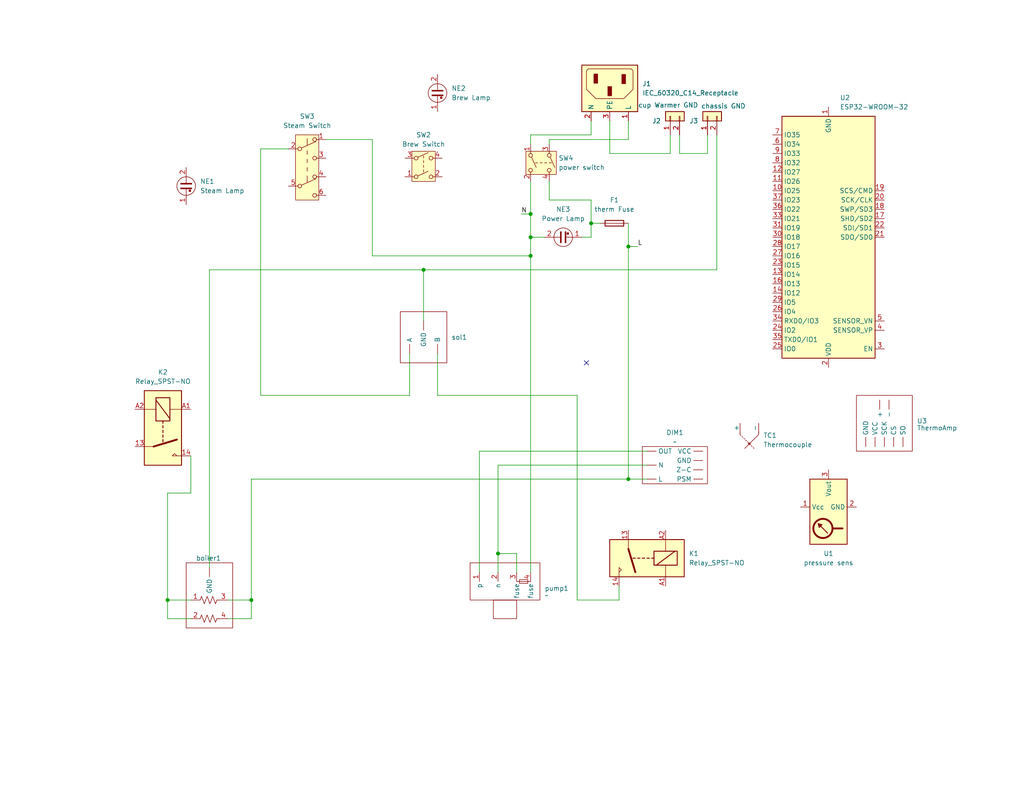
<source format=kicad_sch>
(kicad_sch (version 20250114) (generator "eeschema") (generator_version "9.0")
  (paper "A")
  (title_block (title "Schematic") (rev "0"))
  (lib_symbols
    (symbol "Connector:IEC_60320_C14_Receptacle"
      (property "Reference" "J" (at -5.842 8.636 0))
      (property "Value" "IEC_60320_C14_Receptacle" (at 0 -9.144 0))
      (symbol "IEC_60320_C14_Receptacle_1_1"
        (rectangle (start -6.35 7.62) (end 6.35 -7.62) (stroke (width 0.254)) (fill (type background)))
        (polyline (pts (xy -4.826 -6.35) (xy -5.334 -5.842) (xy -5.334 5.842) (xy -4.826 6.35) (xy 0.254 6.35) (xy 2.794 3.81) (xy 2.794 -3.81) (xy 0.254 -6.35) (xy -4.826 -6.35)) (fill (type background)))
        (rectangle (start -3.937 -3.302) (end -1.397 -4.318) (fill (type outline)))
        (rectangle (start -3.81 4.318) (end -1.27 3.302) (fill (type outline)))
        (rectangle (start -0.508 0.508) (end 2.032 -0.508) (fill (type outline)))
        (pin power_in line (at 8.89 5.08 180) (length 2.54) (name "L") (number "1"))
        (pin bidirectional line (at 8.89 0 180) (length 2.54) (name "PE") (number "3"))
        (pin power_in line (at 8.89 -5.08 180) (length 2.54) (name "N") (number "2"))
      )
    )
    (symbol "Connector_Generic:Conn_01x02" (pin_names (offset 1.016) (hide yes))
      (property "Reference" "J" (at 0 2.54 0))
      (property "Value" "Conn_01x02" (at 0 -5.08 0))
      (symbol "Conn_01x02_1_1"
        (rectangle (start -1.27 1.27) (end 1.27 -3.81) (stroke (width 0.254)) (fill (type background)))
        (rectangle (start -1.27 0.127) (end 0 -0.127) (stroke (width 0.1524)))
        (rectangle (start -1.27 -2.413) (end 0 -2.667) (stroke (width 0.1524)))
        (pin passive line (at -5.08 0 0) (length 3.81) (name "Pin_1") (number "1"))
        (pin passive line (at -5.08 -2.54 0) (length 3.81) (name "Pin_2") (number "2"))
      )
    )
    (symbol "Device:Fuse" (pin_numbers (hide yes)) (pin_names (offset 0))
      (property "Reference" "F" (at 2.032 0 90))
      (property "Value" "Fuse" (at -1.905 0 90))
      (symbol "Fuse_0_1"
        (rectangle (start -0.762 -2.54) (end 0.762 2.54) (stroke (width 0.254)))
        (polyline (pts (xy 0 2.54) (xy 0 -2.54)))
      )
      (symbol "Fuse_1_1"
        (pin passive line (at 0 3.81 270) (length 1.27) (name "~") (number "1"))
        (pin passive line (at 0 -3.81 90) (length 1.27) (name "~") (number "2"))
      )
    )
    (symbol "Device:Lamp_Neon" (pin_names (offset 0.0254) (hide yes))
      (property "Reference" "NE" (at 0.635 3.81 0))
      (property "Value" "Lamp_Neon" (at 0.635 -3.81 0))
      (symbol "Lamp_Neon_0_1"
        (rectangle (start -1.524 0.762) (end 1.524 0.508) (fill (type outline)))
        (rectangle (start -1.524 -0.508) (end 1.524 -0.762) (fill (type outline)))
        (polyline (pts (xy 0 0.762) (xy 0 2.54)))
        (circle (center 0 0) (radius 2.54))
        (polyline (pts (xy 0 -2.54) (xy 0 -0.762)))
        (circle (center 1.016 -1.27) (radius 0.254) (fill (type outline)))
      )
      (symbol "Lamp_Neon_1_1"
        (pin passive line (at 0 5.08 270) (length 2.54) (name "~") (number "2"))
        (pin passive line (at 0 -5.08 90) (length 2.54) (name "~") (number "1"))
      )
    )
    (symbol "Device:Thermocouple" (pin_numbers (hide yes)) (pin_names (offset 0))
      (property "Reference" "TC" (at -3.048 3.81 0))
      (property "Value" "Thermocouple" (at -5.08 -4.064 0))
      (symbol "Thermocouple_0_1"
        (polyline (pts (xy -4.064 -1.016) (xy -4.318 -1.27)))
        (polyline (pts (xy -3.556 -0.508) (xy -3.81 -0.762)))
        (circle (center -3.048 0) (radius 0.254) (fill (type outline)))
        (polyline (pts (xy -3.048 0) (xy -3.302 -0.254)))
        (polyline (pts (xy -2.54 0.508) (xy -2.794 0.254)))
        (polyline (pts (xy -2.032 1.016) (xy -2.286 0.762)))
        (polyline (pts (xy -1.524 1.524) (xy -1.778 1.27)))
        (polyline (pts (xy -1.016 2.032) (xy -1.27 1.778)))
        (polyline (pts (xy -0.508 2.54) (xy -0.762 2.286)))
        (polyline (pts (xy 0 2.54) (xy -0.508 2.54)))
        (polyline (pts (xy 0 -2.54) (xy -0.254 -2.54)))
        (polyline (pts (xy 0.254 -2.54) (xy -0.508 -2.54) (xy -4.318 1.27)))
      )
      (symbol "Thermocouple_1_1"
        (pin passive line (at 2.54 2.54 180) (length 2.54) (name "+") (number "1"))
        (pin passive line (at 2.54 -2.54 180) (length 2.54) (name "-") (number "2"))
      )
    )
    (symbol "RF_Module:ESP32-WROOM-32"
      (property "Reference" "U" (at -12.7 34.29 0))
      (property "Value" "ESP32-WROOM-32" (at 1.27 34.29 0))
      (symbol "ESP32-WROOM-32_0_1"
        (rectangle (start -12.7 33.02) (end 12.7 -33.02) (stroke (width 0.254)) (fill (type background)))
      )
      (symbol "ESP32-WROOM-32_1_1"
        (pin input line (at -15.24 30.48 0) (length 2.54) (name "EN") (number "3"))
        (pin input line (at -15.24 25.4 0) (length 2.54) (name "SENSOR_VP") (number "4"))
        (pin input line (at -15.24 22.86 0) (length 2.54) (name "SENSOR_VN") (number "5"))
        (pin bidirectional line (at -15.24 0 0) (length 2.54) (name "SDO/SD0") (number "21"))
        (pin bidirectional line (at -15.24 -2.54 0) (length 2.54) (name "SDI/SD1") (number "22"))
        (pin bidirectional line (at -15.24 -5.08 0) (length 2.54) (name "SHD/SD2") (number "17"))
        (pin bidirectional line (at -15.24 -7.62 0) (length 2.54) (name "SWP/SD3") (number "18"))
        (pin bidirectional line (at -15.24 -10.16 0) (length 2.54) (name "SCK/CLK") (number "20"))
        (pin bidirectional line (at -15.24 -12.7 0) (length 2.54) (name "SCS/CMD") (number "19"))
        (pin no_connect line (at -12.7 -27.94 0) (length 2.54) (hide yes) (name "NC") (number "32"))
        (pin power_in line (at 0 35.56 270) (length 2.54) (name "VDD") (number "2"))
        (pin power_in line (at 0 -35.56 90) (length 2.54) (name "GND") (number "1"))
        (pin passive line (at 0 -35.56 90) (length 2.54) (hide yes) (name "GND") (number "15"))
        (pin passive line (at 0 -35.56 90) (length 2.54) (hide yes) (name "GND") (number "38"))
        (pin passive line (at 0 -35.56 90) (length 2.54) (hide yes) (name "GND") (number "39"))
        (pin bidirectional line (at 15.24 30.48 180) (length 2.54) (name "IO0") (number "25"))
        (pin bidirectional line (at 15.24 27.94 180) (length 2.54) (name "TXD0/IO1") (number "35"))
        (pin bidirectional line (at 15.24 25.4 180) (length 2.54) (name "IO2") (number "24"))
        (pin bidirectional line (at 15.24 22.86 180) (length 2.54) (name "RXD0/IO3") (number "34"))
        (pin bidirectional line (at 15.24 20.32 180) (length 2.54) (name "IO4") (number "26"))
        (pin bidirectional line (at 15.24 17.78 180) (length 2.54) (name "IO5") (number "29"))
        (pin bidirectional line (at 15.24 15.24 180) (length 2.54) (name "IO12") (number "14"))
        (pin bidirectional line (at 15.24 12.7 180) (length 2.54) (name "IO13") (number "16"))
        (pin bidirectional line (at 15.24 10.16 180) (length 2.54) (name "IO14") (number "13"))
        (pin bidirectional line (at 15.24 7.62 180) (length 2.54) (name "IO15") (number "23"))
        (pin bidirectional line (at 15.24 5.08 180) (length 2.54) (name "IO16") (number "27"))
        (pin bidirectional line (at 15.24 2.54 180) (length 2.54) (name "IO17") (number "28"))
        (pin bidirectional line (at 15.24 0 180) (length 2.54) (name "IO18") (number "30"))
        (pin bidirectional line (at 15.24 -2.54 180) (length 2.54) (name "IO19") (number "31"))
        (pin bidirectional line (at 15.24 -5.08 180) (length 2.54) (name "IO21") (number "33"))
        (pin bidirectional line (at 15.24 -7.62 180) (length 2.54) (name "IO22") (number "36"))
        (pin bidirectional line (at 15.24 -10.16 180) (length 2.54) (name "IO23") (number "37"))
        (pin bidirectional line (at 15.24 -12.7 180) (length 2.54) (name "IO25") (number "10"))
        (pin bidirectional line (at 15.24 -15.24 180) (length 2.54) (name "IO26") (number "11"))
        (pin bidirectional line (at 15.24 -17.78 180) (length 2.54) (name "IO27") (number "12"))
        (pin bidirectional line (at 15.24 -20.32 180) (length 2.54) (name "IO32") (number "8"))
        (pin bidirectional line (at 15.24 -22.86 180) (length 2.54) (name "IO33") (number "9"))
        (pin input line (at 15.24 -25.4 180) (length 2.54) (name "IO34") (number "6"))
        (pin input line (at 15.24 -27.94 180) (length 2.54) (name "IO35") (number "7"))
      )
    )
    (symbol "Relay:Relay_SPST-NO"
      (property "Reference" "K" (at 11.43 3.81 0))
      (property "Value" "Relay_SPST-NO" (at 11.43 1.27 0))
      (symbol "Relay_SPST-NO_0_0"
        (polyline (pts (xy 7.62 5.08) (xy 7.62 2.54) (xy 6.985 3.175) (xy 7.62 3.81)))
      )
      (symbol "Relay_SPST-NO_0_1"
        (rectangle (start -10.16 5.08) (end 10.16 -5.08) (stroke (width 0.254)) (fill (type background)))
        (rectangle (start -8.255 1.905) (end -1.905 -1.905) (stroke (width 0.254)))
        (polyline (pts (xy -7.62 -1.905) (xy -2.54 1.905)) (stroke (width 0.254)))
        (polyline (pts (xy -5.08 5.08) (xy -5.08 1.905)))
        (polyline (pts (xy -5.08 -5.08) (xy -5.08 -1.905)))
        (polyline (pts (xy -1.905 0) (xy -1.27 0)) (stroke (width 0.254)))
        (polyline (pts (xy -0.635 0) (xy 0 0)) (stroke (width 0.254)))
        (polyline (pts (xy 0.635 0) (xy 1.27 0)) (stroke (width 0.254)))
        (polyline (pts (xy 1.905 0) (xy 2.54 0)) (stroke (width 0.254)))
        (polyline (pts (xy 3.175 0) (xy 3.81 0)) (stroke (width 0.254)))
        (polyline (pts (xy 5.08 -2.54) (xy 3.175 3.81)) (stroke (width 0.508)))
        (polyline (pts (xy 5.08 -2.54) (xy 5.08 -5.08)))
      )
      (symbol "Relay_SPST-NO_1_1"
        (pin passive line (at -5.08 7.62 270) (length 2.54) (name "~") (number "A1"))
        (pin passive line (at -5.08 -7.62 90) (length 2.54) (name "~") (number "A2"))
        (pin passive line (at 5.08 -7.62 90) (length 2.54) (name "~") (number "13"))
        (pin passive line (at 7.62 7.62 270) (length 2.54) (name "~") (number "14"))
      )
    )
    (symbol "Sensor_Pressure:40PC150G"
      (property "Reference" "U" (at -10.16 6.35 0))
      (property "Value" "40PC150G" (at 6.35 6.35 0))
      (symbol "40PC150G_0_1"
        (polyline (pts (xy -7.112 0.254) (xy -4.572 2.794)) (stroke (width 0.254)))
        (circle (center -5.842 1.524) (radius 2.6162) (stroke (width 0.508)))
        (polyline (pts (xy -5.842 -1.27) (xy -5.842 -3.81)) (stroke (width 0.508)))
        (polyline (pts (xy -4.572 2.794) (xy -4.826 1.778) (xy -5.588 2.54) (xy -4.572 2.794)) (stroke (width 0.254)) (fill (type outline)))
        (rectangle (start 7.62 5.08) (end -10.16 -5.08) (stroke (width 0.254)) (fill (type background)))
      )
      (symbol "40PC150G_1_1"
        (pin no_connect line (at -7.62 -5.08 90) (length 2.54) (hide yes) (name "NC") (number "4"))
        (pin no_connect line (at -5.08 -5.08 90) (length 2.54) (hide yes) (name "NC") (number "5"))
        (pin no_connect line (at -2.54 -5.08 90) (length 2.54) (hide yes) (name "NC") (number "6"))
        (pin power_in line (at 0 7.62 270) (length 2.54) (name "Vcc") (number "1"))
        (pin power_in line (at 0 -7.62 90) (length 2.54) (name "GND") (number "2"))
        (pin output line (at 10.16 0 180) (length 2.54) (name "Vout") (number "3"))
      )
    )
    (symbol "Switch:SW_DPST" (pin_names (offset 0) (hide yes))
      (property "Reference" "SW" (at 0 6.35 0))
      (property "Value" "SW_DPST" (at 0 -5.08 0))
      (symbol "SW_DPST_0_0"
        (circle (center -2.032 2.54) (radius 0.508))
        (circle (center -2.032 -2.54) (radius 0.508))
        (polyline (pts (xy -1.524 2.794) (xy 1.27 4.064)))
        (polyline (pts (xy -1.524 -2.286) (xy 1.27 -1.016)))
        (polyline (pts (xy 0 2.54) (xy 0 3.175)))
        (polyline (pts (xy 0 1.27) (xy 0 1.905)))
        (polyline (pts (xy 0 0) (xy 0 0.635)))
        (polyline (pts (xy 0 -1.27) (xy 0 -0.635)))
        (circle (center 2.032 2.54) (radius 0.508))
        (circle (center 2.032 -2.54) (radius 0.508))
      )
      (symbol "SW_DPST_1_1"
        (rectangle (start -3.175 4.445) (end 3.175 -3.81) (fill (type background)))
        (pin passive line (at -5.08 2.54 0) (length 2.54) (name "3") (number "3"))
        (pin passive line (at -5.08 -2.54 0) (length 2.54) (name "1") (number "1"))
        (pin passive line (at 5.08 2.54 180) (length 2.54) (name "4") (number "4"))
        (pin passive line (at 5.08 -2.54 180) (length 2.54) (name "2") (number "2"))
      )
    )
    (symbol "Switch:SW_Push_DPDT" (pin_names (offset 0) (hide yes))
      (property "Reference" "SW" (at 0 10.16 0))
      (property "Value" "SW_Push_DPDT" (at 0 -10.16 0))
      (symbol "SW_Push_DPDT_0_0"
        (circle (center -2.032 5.08) (radius 0.508))
        (circle (center -2.032 -5.08) (radius 0.508))
        (circle (center 2.032 2.54) (radius 0.508))
        (circle (center 2.032 -7.62) (radius 0.508))
      )
      (symbol "SW_Push_DPDT_0_1"
        (polyline (pts (xy -1.524 5.334) (xy 2.3368 7.0612)))
        (polyline (pts (xy -1.524 -4.826) (xy 2.3368 -3.0988)))
        (polyline (pts (xy 0 7.874) (xy 0 6.096)))
        (polyline (pts (xy 0 3.556) (xy 0 4.572)))
        (polyline (pts (xy 0 1.27) (xy 0 2.286)))
        (polyline (pts (xy 0 -1.016) (xy 0 0)))
        (polyline (pts (xy 0 -2.286) (xy 0 -4.064)))
        (circle (center 2.032 7.62) (radius 0.508))
        (circle (center 2.032 -2.54) (radius 0.508))
      )
      (symbol "SW_Push_DPDT_1_1"
        (rectangle (start -3.175 8.89) (end 3.175 -8.89) (fill (type background)))
        (pin passive line (at -5.08 5.08 0) (length 2.54) (name "B") (number "2"))
        (pin passive line (at -5.08 -5.08 0) (length 2.54) (name "B") (number "5"))
        (pin passive line (at 5.08 7.62 180) (length 2.54) (name "A") (number "1"))
        (pin passive line (at 5.08 2.54 180) (length 2.54) (name "C") (number "3"))
        (pin passive line (at 5.08 -2.54 180) (length 2.54) (name "A") (number "4"))
        (pin passive line (at 5.08 -7.62 180) (length 2.54) (name "C") (number "6"))
      )
    )
    (symbol "symbols:MAX6675" (pin_numbers (hide yes))
      (property "Reference" "U" (at -2.286 2.54 0))
      (symbol "MAX6675_0_1"
        (rectangle (start 0 0) (end 15.24 -15.24))
      )
      (symbol "MAX6675_1_1"
        (pin passive line (at 2.54 -13.97 90) (length 2.54) (name "GND") (number ""))
        (pin passive line (at 5.08 -13.97 90) (length 2.54) (name "VCC") (number ""))
        (pin passive line (at 6.35 -1.27 270) (length 2.54) (name "+") (number ""))
        (pin passive line (at 7.62 -13.97 90) (length 2.54) (name "SCK") (number ""))
        (pin passive line (at 8.89 -1.27 270) (length 2.54) (name "-") (number ""))
        (pin passive line (at 10.16 -13.97 90) (length 2.54) (name "CS") (number ""))
        (pin passive line (at 12.7 -13.97 90) (length 2.54) (name "SO") (number ""))
      )
    )
    (symbol "symbols:boiler"
      (property "Reference" "boiler" (at -3.81 0 0))
      (symbol "boiler_0_1"
        (rectangle (start 0 0) (end 12.7 -17.78))
        (polyline (pts (xy 3.81 -10.16) (xy 4.191 -9.144) (xy 4.572 -10.16) (xy 4.953 -11.176) (xy 5.334 -10.16)))
        (polyline (pts (xy 3.81 -15.24) (xy 4.191 -14.224) (xy 4.572 -15.24) (xy 4.953 -16.256) (xy 5.334 -15.24)))
        (polyline (pts (xy 5.334 -10.16) (xy 5.715 -9.144) (xy 6.096 -10.16) (xy 6.477 -11.176) (xy 6.858 -10.16)))
        (polyline (pts (xy 5.334 -15.24) (xy 5.715 -14.224) (xy 6.096 -15.24) (xy 6.477 -16.256) (xy 6.858 -15.24)))
        (polyline (pts (xy 6.858 -10.16) (xy 7.239 -9.144) (xy 7.62 -10.16) (xy 8.001 -11.176) (xy 8.382 -10.16)))
        (polyline (pts (xy 6.858 -15.24) (xy 7.239 -14.224) (xy 7.62 -15.24) (xy 8.001 -16.256) (xy 8.382 -15.24)))
        (polyline (pts (xy 8.89 -10.16) (xy 8.382 -10.16)))
        (polyline (pts (xy 8.89 -15.24) (xy 8.382 -15.24)))
      )
      (symbol "boiler_1_1"
        (pin passive line (at 1.27 -10.16 0) (length 2.54) (name "") (number "1"))
        (pin passive line (at 1.27 -15.24 0) (length 2.54) (name "") (number "2"))
        (pin passive line (at 6.35 -1.27 270) (length 2.54) (name "GND") (number ""))
        (pin passive line (at 11.43 -10.16 180) (length 2.54) (name "") (number "3"))
        (pin passive line (at 11.43 -15.24 180) (length 2.54) (name "") (number "4"))
      )
    )
    (symbol "symbols:dimmer" (pin_numbers (hide yes))
      (property "Reference" "DIM" (at -1.778 1.524 0))
      (symbol "dimmer_0_1"
        (rectangle (start 0 0) (end 10.16 -17.78))
      )
      (symbol "dimmer_1_1"
        (pin passive line (at 1.27 -1.27 270) (length 2.54) (name "L") (number ""))
        (pin passive line (at 1.27 -16.51 90) (length 2.54) (name "PSM") (number ""))
        (pin passive line (at 3.81 -16.51 90) (length 2.54) (name "Z-C") (number ""))
        (pin passive line (at 5.08 -1.27 270) (length 2.54) (name "N") (number ""))
        (pin passive line (at 6.35 -16.51 90) (length 2.54) (name "GND") (number ""))
        (pin passive line (at 8.89 -1.27 270) (length 2.54) (name "OUT") (number ""))
        (pin passive line (at 8.89 -16.51 90) (length 2.54) (name "VCC") (number ""))
      )
    )
    (symbol "symbols:pump"
      (property "Reference" "pump" (at -1.778 1.27 0))
      (symbol "pump_0_1"
        (rectangle (start 0 0) (end 19.05 -10.16))
        (rectangle (start 6.35 -10.16) (end 12.7 -15.24))
        (polyline (pts (xy 12.7 -5.08) (xy 16.51 -5.08)))
        (polyline (pts (xy 13.462 -4.572) (xy 13.462 -5.588) (xy 15.748 -5.588) (xy 15.748 -4.572) (xy 13.462 -4.572)))
      )
      (symbol "pump_1_1"
        (pin passive line (at 2.54 -2.54 270) (length 2.54) (name "p") (number "1"))
        (pin passive line (at 7.62 -2.54 270) (length 2.54) (name "n") (number "2"))
        (pin passive line (at 12.7 -2.54 270) (length 2.54) (name "fuse") (number "3"))
        (pin passive line (at 16.51 -2.54 270) (length 2.54) (name "fuse") (number "4"))
      )
    )
    (symbol "symbols:solenoid" (pin_numbers (hide yes))
      (property "Reference" "sol" (at 2.286 -1.27 0))
      (symbol "solenoid_0_1"
        (rectangle (start 0 0) (end 12.7 -13.97))
      )
      (symbol "solenoid_1_1"
        (pin passive line (at 2.54 -11.43 90) (length 2.54) (name "A") (number "1"))
        (pin passive line (at 6.35 -2.54 270) (length 2.54) (name "GND") (number ""))
        (pin passive line (at 10.16 -11.43 90) (length 2.54) (name "B") (number "2"))
      )
    )
  )
  (junction (at 144.78 64.77))
  (junction (at 68.58 163.83))
  (junction (at 171.45 130.81))
  (junction (at 144.78 69.85))
  (junction (at 161.29 60.96))
  (junction (at 144.78 58.42))
  (junction (at 171.45 67.31))
  (junction (at 115.57 73.66))
  (junction (at 135.89 151.13))
  (junction (at 45.72 163.83))
  (no_connect (at 160.02 99.06))
  (wire (pts (xy 68.58 168.91) (xy 62.23 168.91)))
  (wire (pts (xy 45.72 134.62) (xy 52.07 134.62)))
  (wire (pts (xy 101.6 69.85) (xy 144.78 69.85)))
  (wire (pts (xy 157.48 107.95) (xy 119.38 107.95)))
  (wire (pts (xy 115.57 73.66) (xy 115.57 87.63)))
  (wire (pts (xy 161.29 60.96) (xy 163.83 60.96)))
  (wire (pts (xy 168.91 160.02) (xy 168.91 163.83)))
  (wire (pts (xy 149.86 38.1) (xy 149.86 39.37)))
  (wire (pts (xy 71.12 107.95) (xy 71.12 40.64)))
  (wire (pts (xy 144.78 69.85) (xy 144.78 156.21)))
  (wire (pts (xy 149.86 54.61) (xy 161.29 54.61)))
  (wire (pts (xy 71.12 40.64) (xy 78.74 40.64)))
  (wire (pts (xy 161.29 33.02) (xy 161.29 36.83)))
  (wire (pts (xy 168.91 163.83) (xy 157.48 163.83)))
  (wire (pts (xy 161.29 36.83) (xy 144.78 36.83)))
  (wire (pts (xy 68.58 163.83) (xy 68.58 168.91)))
  (wire (pts (xy 166.37 33.02) (xy 166.37 41.91)))
  (wire (pts (xy 144.78 36.83) (xy 144.78 39.37)))
  (wire (pts (xy 140.97 156.21) (xy 140.97 151.13)))
  (wire (pts (xy 149.86 49.53) (xy 149.86 54.61)))
  (wire (pts (xy 161.29 54.61) (xy 161.29 60.96)))
  (wire (pts (xy 135.89 151.13) (xy 135.89 156.21)))
  (wire (pts (xy 111.76 96.52) (xy 111.76 107.95)))
  (wire (pts (xy 171.45 33.02) (xy 171.45 38.1)))
  (wire (pts (xy 161.29 60.96) (xy 161.29 64.77)))
  (wire (pts (xy 52.07 134.62) (xy 52.07 124.46)))
  (wire (pts (xy 185.42 41.91) (xy 193.04 41.91)))
  (wire (pts (xy 171.45 60.96) (xy 171.45 67.31)))
  (wire (pts (xy 111.76 107.95) (xy 71.12 107.95)))
  (wire (pts (xy 176.53 130.81) (xy 171.45 130.81)))
  (wire (pts (xy 144.78 49.53) (xy 144.78 58.42)))
  (wire (pts (xy 144.78 64.77) (xy 144.78 69.85)))
  (wire (pts (xy 101.6 38.1) (xy 101.6 69.85)))
  (wire (pts (xy 193.04 41.91) (xy 193.04 36.83)))
  (wire (pts (xy 88.9 38.1) (xy 101.6 38.1)))
  (wire (pts (xy 140.97 151.13) (xy 135.89 151.13)))
  (wire (pts (xy 135.89 127) (xy 176.53 127)))
  (wire (pts (xy 68.58 130.81) (xy 171.45 130.81)))
  (wire (pts (xy 144.78 58.42) (xy 144.78 64.77)))
  (wire (pts (xy 130.81 123.19) (xy 130.81 156.21)))
  (wire (pts (xy 171.45 38.1) (xy 149.86 38.1)))
  (wire (pts (xy 195.58 36.83) (xy 195.58 73.66)))
  (wire (pts (xy 57.15 73.66) (xy 57.15 154.94)))
  (wire (pts (xy 115.57 73.66) (xy 195.58 73.66)))
  (wire (pts (xy 142.24 58.42) (xy 144.78 58.42)))
  (wire (pts (xy 52.07 163.83) (xy 45.72 163.83)))
  (wire (pts (xy 157.48 163.83) (xy 157.48 107.95)))
  (wire (pts (xy 68.58 130.81) (xy 68.58 163.83)))
  (wire (pts (xy 171.45 67.31) (xy 171.45 130.81)))
  (wire (pts (xy 161.29 64.77) (xy 158.75 64.77)))
  (wire (pts (xy 45.72 163.83) (xy 45.72 134.62)))
  (wire (pts (xy 176.53 123.19) (xy 130.81 123.19)))
  (wire (pts (xy 57.15 73.66) (xy 115.57 73.66)))
  (wire (pts (xy 144.78 64.77) (xy 148.59 64.77)))
  (wire (pts (xy 182.88 41.91) (xy 182.88 36.83)))
  (wire (pts (xy 166.37 41.91) (xy 182.88 41.91)))
  (wire (pts (xy 173.99 67.31) (xy 171.45 67.31)))
  (wire (pts (xy 45.72 168.91) (xy 52.07 168.91)))
  (wire (pts (xy 185.42 36.83) (xy 185.42 41.91)))
  (wire (pts (xy 119.38 107.95) (xy 119.38 96.52)))
  (wire (pts (xy 135.89 151.13) (xy 135.89 127)))
  (wire (pts (xy 45.72 163.83) (xy 45.72 168.91)))
  (wire (pts (xy 68.58 163.83) (xy 62.23 163.83)))
  (label "N" (at 142.24 58.42 0))
  (label "L" (at 173.99 67.31 0))
  (symbol (lib_id "RF_Module:ESP32-WROOM-32") (at 226.06 64.77 180) (unit 1)
    (property "Reference" "U2" (at 229.1781 26.67 0) (effects (justify right)))
    (property "Value" "ESP32-WROOM-32" (at 229.1781 29.21 0) (effects (justify right)))
    (property "Footprint" "RF_Module:ESP32-WROOM-32" (effects (hide yes)))
    (property "Datasheet" "https://www.espressif.com/sites/default/files/documentation/esp32-wroom-32_datasheet_en.pdf" (effects (hide yes)))
    (property "Description" "RF Module, ESP32-D0WDQ6 SoC, Wi-Fi 802.11b/g/n, Bluetooth, BLE, 32-bit, 2.7-3.6V, onboard antenna, SMD" (effects (hide yes)))
  )
  (symbol (lib_id "Relay:Relay_SPST-NO") (at 44.45 116.84 270) (unit 1)
    (property "Reference" "K2" (at 44.45 101.6 90))
    (property "Value" "Relay_SPST-NO" (at 44.45 104.14 90))
    (property "Description" "Relay SPST, normally open, EN50005" (effects (hide yes)))
  )
  (symbol (lib_id "Relay:Relay_SPST-NO") (at 176.53 152.4 180) (unit 1)
    (property "Reference" "K1" (at 187.96 151.1299 0) (effects (justify right)))
    (property "Value" "Relay_SPST-NO" (at 187.96 153.6699 0) (effects (justify right)))
    (property "Description" "Relay SPST, normally open, EN50005" (effects (hide yes)))
  )
  (symbol (lib_id "Switch:SW_Push_DPDT") (at 83.82 45.72 0) (unit 1)
    (property "Reference" "SW3" (at 83.82 31.75 0))
    (property "Value" "Steam Switch" (at 83.82 34.29 0))
    (property "Description" "Momentary Switch, dual pole double throw" (effects (hide yes)))
  )
  (symbol (lib_id "Connector:IEC_60320_C14_Receptacle") (at 166.37 24.13 270) (unit 1)
    (property "Reference" "J1" (at 175.26 22.8599 90) (effects (justify left)))
    (property "Value" "IEC_60320_C14_Receptacle" (at 175.26 25.3999 90) (effects (justify left)))
    (property "Description" "C14 Plug, 10A max" (effects (hide yes)))
  )
  (symbol (lib_id "symbols:solenoid") (at 109.22 85.09 0) (unit 1)
    (property "Reference" "sol1" (at 123.19 92.0749 0) (effects (justify left)))
    (property "Description" "3 say solenoid" (effects (hide yes)))
  )
  (symbol (lib_id "Connector_Generic:Conn_01x02") (at 182.88 31.75 90) (unit 1)
    (property "Reference" "J2" (at 180.34 33.0201 90) (effects (justify left)))
    (property "Value" "cup Warmer GND" (at 190.5 28.702 90) (effects (justify left)))
    (property "Description" "Generic connector, single row, 01x02, script generated (kicad-library-utils/schlib/autogen/connector/)" (effects (hide yes)))
  )
  (symbol (lib_id "Connector_Generic:Conn_01x02") (at 193.04 31.75 90) (unit 1)
    (property "Reference" "J3" (at 190.5 33.0201 90) (effects (justify left)))
    (property "Value" "chassis GND" (at 203.454 28.956 90) (effects (justify left)))
    (property "Description" "Generic connector, single row, 01x02, script generated (kicad-library-utils/schlib/autogen/connector/)" (effects (hide yes)))
  )
  (symbol (lib_id "symbols:boiler") (at 50.8 153.67 0) (unit 1)
    (property "Reference" "boiler1" (at 56.896 152.4 0))
    (property "Value" "~" (at 57.15 152.4 0))
  )
  (symbol (lib_id "Sensor_Pressure:40PC150G") (at 226.06 138.43 90) (unit 1)
    (property "Reference" "U1" (at 226.06 151.13 90))
    (property "Value" "pressure sens" (at 226.06 153.67 90))
    (property "Datasheet" "http://www.honeywellscportal.com//index.php?ci_id=138832" (effects (hide yes)))
    (property "Description" "Gauge pressure sensor, 0 to 150PSI, 5V supply, 0.2% accuracy, integrated signal conditioning, excellent media compatibility" (effects (hide yes)))
  )
  (symbol (lib_id "symbols:pump") (at 128.27 153.67 0) (unit 1)
    (property "Reference" "pump1" (at 148.59 160.6549 0) (effects (justify left)))
    (property "Value" "~" (at 148.59 162.56 0) (effects (justify left)))
  )
  (symbol (lib_id "Switch:SW_DPST") (at 115.57 45.72 0) (unit 1)
    (property "Reference" "SW2" (at 115.57 36.83 0))
    (property "Value" "Brew Switch" (at 115.57 39.37 0))
    (property "Description" "Double Pole Single Throw (DPST) Switch" (effects (hide yes)))
  )
  (symbol (lib_id "symbols:MAX6675") (at 233.68 107.95 0) (unit 1)
    (property "Reference" "U3" (at 250.19 114.9349 0) (effects (justify left)))
    (property "Value" "ThermoAmp" (at 250.19 116.84 0) (effects (justify left)))
  )
  (symbol (lib_id "Device:Thermocouple") (at 204.47 118.11 90) (unit 1)
    (property "Reference" "TC1" (at 208.28 118.8719 90) (effects (justify right)))
    (property "Value" "Thermocouple" (at 208.28 121.4119 90) (effects (justify right)))
    (property "Description" "Thermocouple" (effects (hide yes)))
  )
  (symbol (lib_id "Device:Lamp_Neon") (at 50.8 50.8 0) (unit 1)
    (property "Reference" "NE1" (at 54.61 49.5299 0) (effects (justify left)))
    (property "Value" "Steam Lamp" (at 54.61 52.0699 0) (effects (justify left)))
    (property "Description" "Neon lamp" (effects (hide yes)))
  )
  (symbol (lib_id "symbols:dimmer") (at 175.26 132.08 90) (unit 1)
    (property "Reference" "DIM1" (at 184.15 118.11 90))
    (property "Value" "~" (at 184.15 120.65 90))
  )
  (symbol (lib_id "Device:Fuse") (at 167.64 60.96 90) (unit 1)
    (property "Reference" "F1" (at 167.64 54.61 90))
    (property "Value" "therm Fuse" (at 167.64 57.15 90))
    (property "Description" "Fuse" (effects (hide yes)))
  )
  (symbol (lib_id "Device:Lamp_Neon") (at 119.38 25.4 0) (unit 1)
    (property "Reference" "NE2" (at 123.19 24.1299 0) (effects (justify left)))
    (property "Value" "Brew Lamp" (at 123.19 26.6699 0) (effects (justify left)))
    (property "Description" "Neon lamp" (effects (hide yes)))
  )
  (symbol (lib_id "Switch:SW_DPST") (at 147.32 44.45 270) (unit 1)
    (property "Reference" "SW4" (at 152.4 43.1799 90) (effects (justify left)))
    (property "Value" "power switch" (at 152.4 45.7199 90) (effects (justify left)))
    (property "Description" "Double Pole Single Throw (DPST) Switch" (effects (hide yes)))
  )
  (symbol (lib_id "Device:Lamp_Neon") (at 153.67 64.77 90) (unit 1)
    (property "Reference" "NE3" (at 153.67 57.15 90))
    (property "Value" "Power Lamp" (at 153.67 59.69 90))
    (property "Description" "Neon lamp" (effects (hide yes)))
  )
)
</source>
